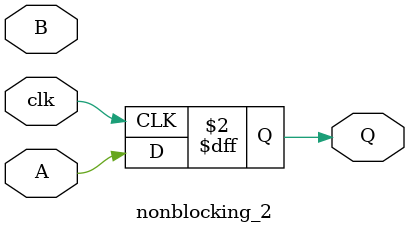
<source format=v>
module nonblocking_2(clk,A,B,Q);
input clk,A,B;
output reg Q;
always@(posedge clk)
begin
	Q<=B;
	Q<=A;
end
endmodule

</source>
